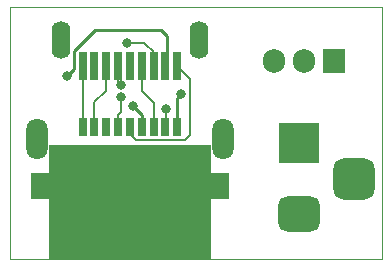
<source format=gtl>
G04 #@! TF.GenerationSoftware,KiCad,Pcbnew,(6.0.8)*
G04 #@! TF.CreationDate,2022-12-10T17:07:18-08:00*
G04 #@! TF.ProjectId,usb_power2,7573625f-706f-4776-9572-322e6b696361,rev?*
G04 #@! TF.SameCoordinates,Original*
G04 #@! TF.FileFunction,Copper,L1,Top*
G04 #@! TF.FilePolarity,Positive*
%FSLAX46Y46*%
G04 Gerber Fmt 4.6, Leading zero omitted, Abs format (unit mm)*
G04 Created by KiCad (PCBNEW (6.0.8)) date 2022-12-10 17:07:18*
%MOMM*%
%LPD*%
G01*
G04 APERTURE LIST*
G04 Aperture macros list*
%AMRoundRect*
0 Rectangle with rounded corners*
0 $1 Rounding radius*
0 $2 $3 $4 $5 $6 $7 $8 $9 X,Y pos of 4 corners*
0 Add a 4 corners polygon primitive as box body*
4,1,4,$2,$3,$4,$5,$6,$7,$8,$9,$2,$3,0*
0 Add four circle primitives for the rounded corners*
1,1,$1+$1,$2,$3*
1,1,$1+$1,$4,$5*
1,1,$1+$1,$6,$7*
1,1,$1+$1,$8,$9*
0 Add four rect primitives between the rounded corners*
20,1,$1+$1,$2,$3,$4,$5,0*
20,1,$1+$1,$4,$5,$6,$7,0*
20,1,$1+$1,$6,$7,$8,$9,0*
20,1,$1+$1,$8,$9,$2,$3,0*%
G04 Aperture macros list end*
G04 #@! TA.AperFunction,Profile*
%ADD10C,0.100000*%
G04 #@! TD*
G04 #@! TA.AperFunction,SMDPad,CuDef*
%ADD11R,0.711200X1.600200*%
G04 #@! TD*
G04 #@! TA.AperFunction,SMDPad,CuDef*
%ADD12R,1.640000X2.200000*%
G04 #@! TD*
G04 #@! TA.AperFunction,ComponentPad*
%ADD13O,1.800000X3.500000*%
G04 #@! TD*
G04 #@! TA.AperFunction,ComponentPad*
%ADD14R,1.905000X2.000000*%
G04 #@! TD*
G04 #@! TA.AperFunction,ComponentPad*
%ADD15O,1.905000X2.000000*%
G04 #@! TD*
G04 #@! TA.AperFunction,SMDPad,CuDef*
%ADD16R,0.700000X2.350000*%
G04 #@! TD*
G04 #@! TA.AperFunction,ComponentPad*
%ADD17O,1.600000X3.200000*%
G04 #@! TD*
G04 #@! TA.AperFunction,ComponentPad*
%ADD18R,3.500000X3.500000*%
G04 #@! TD*
G04 #@! TA.AperFunction,ComponentPad*
%ADD19RoundRect,0.750000X1.000000X-0.750000X1.000000X0.750000X-1.000000X0.750000X-1.000000X-0.750000X0*%
G04 #@! TD*
G04 #@! TA.AperFunction,ComponentPad*
%ADD20RoundRect,0.875000X0.875000X-0.875000X0.875000X0.875000X-0.875000X0.875000X-0.875000X-0.875000X0*%
G04 #@! TD*
G04 #@! TA.AperFunction,ViaPad*
%ADD21C,0.800000*%
G04 #@! TD*
G04 #@! TA.AperFunction,Conductor*
%ADD22C,0.250000*%
G04 #@! TD*
G04 #@! TA.AperFunction,Conductor*
%ADD23C,0.200000*%
G04 #@! TD*
G04 APERTURE END LIST*
D10*
X77470000Y-80000000D02*
X91070000Y-80000000D01*
X91070000Y-80000000D02*
X91070000Y-89663000D01*
X91070000Y-89663000D02*
X77470000Y-89663000D01*
X77470000Y-89663000D02*
X77470000Y-80000000D01*
G36*
X77470000Y-80000000D02*
G01*
X91070000Y-80000000D01*
X91070000Y-89663000D01*
X77470000Y-89663000D01*
X77470000Y-80000000D01*
G37*
X105664000Y-89662000D02*
X74168000Y-89662000D01*
X74168000Y-89662000D02*
X74168000Y-68326000D01*
X74168000Y-68326000D02*
X105664000Y-68326000D01*
X105664000Y-68326000D02*
X105664000Y-89662000D01*
D11*
G04 #@! TO.P,J3,1,VBUS*
G04 #@! TO.N,Net-(J3-Pad1)*
X88328000Y-78489300D03*
G04 #@! TO.P,J3,2,D-*
G04 #@! TO.N,D-*
X87327999Y-78489300D03*
G04 #@! TO.P,J3,3,D+*
G04 #@! TO.N,D+*
X86328001Y-78489300D03*
G04 #@! TO.P,J3,4,GND*
G04 #@! TO.N,GND*
X85328001Y-78489300D03*
G04 #@! TO.P,J3,5,SSRX-*
G04 #@! TO.N,SSRX-*
X84328000Y-78489300D03*
G04 #@! TO.P,J3,6,SSRX+*
G04 #@! TO.N,SSRX+*
X83327999Y-78489300D03*
G04 #@! TO.P,J3,7,DRAIN*
G04 #@! TO.N,unconnected-(J3-Pad7)*
X82327999Y-78489300D03*
G04 #@! TO.P,J3,8,SSTX-*
G04 #@! TO.N,SSTX-*
X81328001Y-78489300D03*
G04 #@! TO.P,J3,9,SSTX+*
G04 #@! TO.N,SSTX+*
X80328000Y-78489300D03*
D12*
G04 #@! TO.P,J3,10,SHIELD*
G04 #@! TO.N,unconnected-(J3-Pad10)*
X76678000Y-83489300D03*
G04 #@! TO.P,J3,11*
G04 #@! TO.N,N/C*
X91978000Y-83489300D03*
D13*
G04 #@! TO.P,J3,S_8*
X92227999Y-79489300D03*
G04 #@! TO.P,J3,S_9*
X76428001Y-79489300D03*
G04 #@! TD*
D14*
G04 #@! TO.P,U1,1,VI*
G04 #@! TO.N,Net-(J2-Pad1)*
X101600000Y-72898000D03*
D15*
G04 #@! TO.P,U1,2,GND*
G04 #@! TO.N,Net-(J2-Pad2)*
X99060000Y-72898000D03*
G04 #@! TO.P,U1,3,VO*
G04 #@! TO.N,Net-(J3-Pad1)*
X96520000Y-72898000D03*
G04 #@! TD*
D16*
G04 #@! TO.P,J1,1,VBUS*
G04 #@! TO.N,unconnected-(J1-Pad1)*
X81328000Y-73295000D03*
G04 #@! TO.P,J1,2,D-*
G04 #@! TO.N,D-*
X83328000Y-73295000D03*
G04 #@! TO.P,J1,3,D+*
G04 #@! TO.N,D+*
X85328000Y-73295000D03*
G04 #@! TO.P,J1,4,GND*
G04 #@! TO.N,GND*
X87328000Y-73295000D03*
G04 #@! TO.P,J1,5,SSRX-*
G04 #@! TO.N,SSRX-*
X88328000Y-73295000D03*
G04 #@! TO.P,J1,6,SSRX+*
G04 #@! TO.N,SSRX+*
X86328000Y-73295000D03*
G04 #@! TO.P,J1,7,DRAIN*
G04 #@! TO.N,unconnected-(J1-Pad7)*
X84328000Y-73295000D03*
G04 #@! TO.P,J1,8,SSTX-*
G04 #@! TO.N,SSTX-*
X82328000Y-73295000D03*
G04 #@! TO.P,J1,9,SSTX+*
G04 #@! TO.N,SSTX+*
X80328000Y-73295000D03*
D17*
G04 #@! TO.P,J1,S1*
G04 #@! TO.N,N/C*
X90178000Y-71120000D03*
G04 #@! TO.P,J1,S2*
X78478000Y-71120000D03*
G04 #@! TD*
D18*
G04 #@! TO.P,J2,1*
G04 #@! TO.N,Net-(J2-Pad1)*
X98610500Y-79852000D03*
D19*
G04 #@! TO.P,J2,2*
G04 #@! TO.N,Net-(J2-Pad2)*
X98610500Y-85852000D03*
D20*
G04 #@! TO.P,J2,3*
G04 #@! TO.N,N/C*
X103310500Y-82852000D03*
G04 #@! TD*
D21*
G04 #@! TO.N,Net-(J3-Pad1)*
X88646000Y-75692000D03*
G04 #@! TO.N,GND*
X84582000Y-76708000D03*
X78994000Y-74168000D03*
G04 #@! TO.N,SSRX+*
X83566000Y-75946000D03*
X84074000Y-71374000D03*
G04 #@! TO.N,D-*
X87376000Y-76962000D03*
X83566000Y-74930000D03*
G04 #@! TD*
D22*
G04 #@! TO.N,Net-(J3-Pad1)*
X88328000Y-76010000D02*
X88646000Y-75692000D01*
X88328000Y-78489300D02*
X88328000Y-76010000D01*
G04 #@! TO.N,GND*
X84582000Y-76708000D02*
X85328001Y-77454001D01*
X79628500Y-73533500D02*
X78994000Y-74168000D01*
X85328001Y-77454001D02*
X85328001Y-78489300D01*
X87453001Y-70757562D02*
X86940438Y-70244999D01*
X87453001Y-73169999D02*
X87453001Y-70757562D01*
X86940438Y-70244999D02*
X81393001Y-70244999D01*
X79628500Y-72009500D02*
X79628500Y-73533500D01*
X81393001Y-70244999D02*
X79628500Y-72009500D01*
X87328000Y-73295000D02*
X87453001Y-73169999D01*
D23*
G04 #@! TO.N,SSRX-*
X84836000Y-79589400D02*
X84328000Y-79081400D01*
X88983600Y-79589400D02*
X84836000Y-79589400D01*
X84328000Y-79081400D02*
X84328000Y-78489300D01*
X89408000Y-74375000D02*
X89408000Y-79165000D01*
X89408000Y-79165000D02*
X88983600Y-79589400D01*
X88328000Y-73295000D02*
X89408000Y-74375000D01*
G04 #@! TO.N,SSRX+*
X83327999Y-77454001D02*
X83327999Y-78489300D01*
X83566000Y-75946000D02*
X83566000Y-77216000D01*
X83566000Y-77216000D02*
X83327999Y-77454001D01*
X85532000Y-71374000D02*
X84074000Y-71374000D01*
X86328000Y-72170000D02*
X85532000Y-71374000D01*
X86328000Y-73295000D02*
X86328000Y-72170000D01*
G04 #@! TO.N,D-*
X87376000Y-78441299D02*
X87327999Y-78489300D01*
X87376000Y-76962000D02*
X87376000Y-78441299D01*
X83328000Y-74692000D02*
X83566000Y-74930000D01*
X83328000Y-73295000D02*
X83328000Y-74692000D01*
G04 #@! TO.N,D+*
X85328000Y-75422000D02*
X85328000Y-73295000D01*
X86328001Y-78489300D02*
X86328001Y-76422001D01*
X86328001Y-76422001D02*
X85328000Y-75422000D01*
G04 #@! TO.N,SSTX-*
X82328000Y-75406000D02*
X82328000Y-73295000D01*
X81328001Y-78489300D02*
X81328001Y-76405999D01*
X81328001Y-76405999D02*
X82328000Y-75406000D01*
G04 #@! TO.N,SSTX+*
X80328000Y-73295000D02*
X80328000Y-78489300D01*
G04 #@! TD*
M02*

</source>
